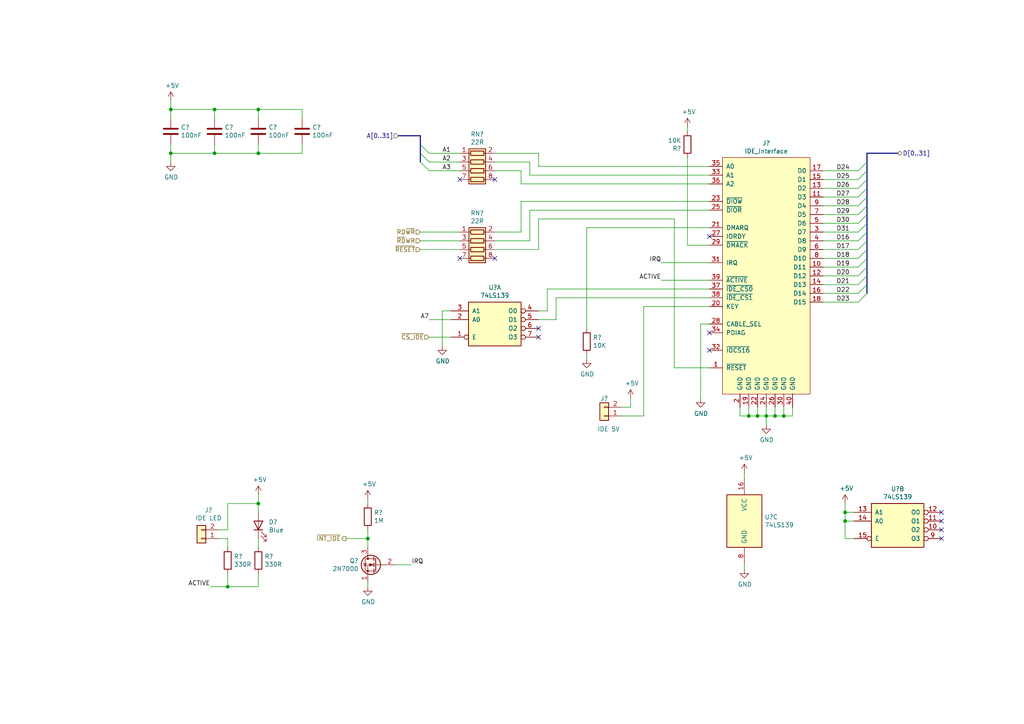
<source format=kicad_sch>
(kicad_sch (version 20211123) (generator eeschema)
  (paper "A4")
  (lib_symbols
    (symbol "74xx:74LS139" (pin_names (offset 1.016))
      (property "Reference" "U" (at -7.62 8.89 0))
      (property "Value" "74LS139" (at -7.62 -8.89 0))
      (symbol "74LS139_1_0"
        (pin input inverted (at -12.7 -5.08 0) (length 5.08) (name "E") (number "1"))
        (pin input line (at -12.7 0 0) (length 5.08) (name "A0") (number "2"))
        (pin input line (at -12.7 2.54 0) (length 5.08) (name "A1") (number "3"))
        (pin output inverted (at 12.7 2.54 180) (length 5.08) (name "O0") (number "4"))
        (pin output inverted (at 12.7 0 180) (length 5.08) (name "O1") (number "5"))
        (pin output inverted (at 12.7 -2.54 180) (length 5.08) (name "O2") (number "6"))
        (pin output inverted (at 12.7 -5.08 180) (length 5.08) (name "O3") (number "7"))
      )
      (symbol "74LS139_1_1"
        (rectangle (start -7.62 5.08) (end 7.62 -7.62) (stroke (width 0.254)) (fill (type background)))
      )
      (symbol "74LS139_2_0"
        (pin output inverted (at 12.7 -2.54 180) (length 5.08) (name "O2") (number "10"))
        (pin output inverted (at 12.7 0 180) (length 5.08) (name "O1") (number "11"))
        (pin output inverted (at 12.7 2.54 180) (length 5.08) (name "O0") (number "12"))
        (pin input line (at -12.7 2.54 0) (length 5.08) (name "A1") (number "13"))
        (pin input line (at -12.7 0 0) (length 5.08) (name "A0") (number "14"))
        (pin input inverted (at -12.7 -5.08 0) (length 5.08) (name "E") (number "15"))
        (pin output inverted (at 12.7 -5.08 180) (length 5.08) (name "O3") (number "9"))
      )
      (symbol "74LS139_2_1"
        (rectangle (start -7.62 5.08) (end 7.62 -7.62) (stroke (width 0.254)) (fill (type background)))
      )
      (symbol "74LS139_3_0"
        (pin power_in line (at 0 12.7 270) (length 5.08) (name "VCC") (number "16"))
        (pin power_in line (at 0 -12.7 90) (length 5.08) (name "GND") (number "8"))
      )
      (symbol "74LS139_3_1"
        (rectangle (start -5.08 7.62) (end 5.08 -7.62) (stroke (width 0.254)) (fill (type background)))
      )
    )
    (symbol "Connector_Generic:Conn_01x02" (pin_names (offset 1.016) hide)
      (property "Reference" "J" (at 0 2.54 0))
      (property "Value" "Conn_01x02" (at 0 -5.08 0))
      (symbol "Conn_01x02_1_1"
        (rectangle (start -1.27 -2.413) (end 0 -2.667) (stroke (width 0.1524)))
        (rectangle (start -1.27 0.127) (end 0 -0.127) (stroke (width 0.1524)))
        (rectangle (start -1.27 1.27) (end 1.27 -3.81) (stroke (width 0.254)) (fill (type background)))
        (pin passive line (at -5.08 0 0) (length 3.81) (name "Pin_1") (number "1"))
        (pin passive line (at -5.08 -2.54 0) (length 3.81) (name "Pin_2") (number "2"))
      )
    )
    (symbol "Ddraig:IDE_Interface" (pin_names (offset 1.016))
      (property "Reference" "J" (at -17.78 25.4 0))
      (property "Value" "IDE_Interface" (at 34.29 -29.21 0))
      (symbol "IDE_Interface_0_1"
        (rectangle (start -12.7 27.94) (end 12.7 -40.64) (fill (type background)))
      )
      (symbol "IDE_Interface_1_1"
        (pin input line (at -16.51 -33.02 0) (length 3.81) (name "~{RESET}") (number "1"))
        (pin bidirectional line (at 16.51 -3.81 180) (length 3.81) (name "D11") (number "10"))
        (pin bidirectional line (at 16.51 16.51 180) (length 3.81) (name "D3") (number "11"))
        (pin bidirectional line (at 16.51 -6.35 180) (length 3.81) (name "D12") (number "12"))
        (pin bidirectional line (at 16.51 19.05 180) (length 3.81) (name "D2") (number "13"))
        (pin bidirectional line (at 16.51 -8.89 180) (length 3.81) (name "D13") (number "14"))
        (pin bidirectional line (at 16.51 21.59 180) (length 3.81) (name "D1") (number "15"))
        (pin bidirectional line (at 16.51 -11.43 180) (length 3.81) (name "D14") (number "16"))
        (pin bidirectional line (at 16.51 24.13 180) (length 3.81) (name "D0") (number "17"))
        (pin bidirectional line (at 16.51 -13.97 180) (length 3.81) (name "D15") (number "18"))
        (pin power_in line (at -5.08 -44.45 90) (length 3.81) (name "GND") (number "19"))
        (pin power_in line (at -7.62 -44.45 90) (length 3.81) (name "GND") (number "2"))
        (pin passive line (at -16.51 -15.24 0) (length 3.81) (name "KEY") (number "20"))
        (pin output line (at -16.51 7.62 0) (length 3.81) (name "DMARQ") (number "21"))
        (pin power_in line (at -2.54 -44.45 90) (length 3.81) (name "GND") (number "22"))
        (pin input line (at -16.51 15.24 0) (length 3.81) (name "~{DIOW}") (number "23"))
        (pin power_in line (at 0 -44.45 90) (length 3.81) (name "GND") (number "24"))
        (pin input line (at -16.51 12.7 0) (length 3.81) (name "~{DIOR}") (number "25"))
        (pin power_in line (at 2.54 -44.45 90) (length 3.81) (name "GND") (number "26"))
        (pin output line (at -16.51 5.08 0) (length 3.81) (name "IORDY") (number "27"))
        (pin input line (at -16.51 -20.32 0) (length 3.81) (name "CABLE_SEL") (number "28"))
        (pin input line (at -16.51 2.54 0) (length 3.81) (name "~{DMACK}") (number "29"))
        (pin bidirectional line (at 16.51 6.35 180) (length 3.81) (name "D7") (number "3"))
        (pin power_in line (at 5.08 -44.45 90) (length 3.81) (name "GND") (number "30"))
        (pin output line (at -16.51 -2.54 0) (length 3.81) (name "IRQ") (number "31"))
        (pin input line (at -16.51 -27.94 0) (length 3.81) (name "~{IOCS16}") (number "32"))
        (pin input line (at -16.51 22.86 0) (length 3.81) (name "A1") (number "33"))
        (pin passive line (at -16.51 -22.86 0) (length 3.81) (name "PDIAG") (number "34"))
        (pin input line (at -16.51 25.4 0) (length 3.81) (name "A0") (number "35"))
        (pin input line (at -16.51 20.32 0) (length 3.81) (name "A2") (number "36"))
        (pin input line (at -16.51 -10.16 0) (length 3.81) (name "~{IDE_CS0}") (number "37"))
        (pin input line (at -16.51 -12.7 0) (length 3.81) (name "~{IDE_CS1}") (number "38"))
        (pin output line (at -16.51 -7.62 0) (length 3.81) (name "~{ACTIVE}") (number "39"))
        (pin bidirectional line (at 16.51 3.81 180) (length 3.81) (name "D8") (number "4"))
        (pin power_in line (at 7.62 -44.45 90) (length 3.81) (name "GND") (number "40"))
        (pin bidirectional line (at 16.51 8.89 180) (length 3.81) (name "D6") (number "5"))
        (pin bidirectional line (at 16.51 1.27 180) (length 3.81) (name "D9") (number "6"))
        (pin bidirectional line (at 16.51 11.43 180) (length 3.81) (name "D5") (number "7"))
        (pin bidirectional line (at 16.51 -1.27 180) (length 3.81) (name "D10") (number "8"))
        (pin bidirectional line (at 16.51 13.97 180) (length 3.81) (name "D4") (number "9"))
      )
    )
    (symbol "Ddraig:RPack04_Alt" (pin_names (offset 0) hide)
      (property "Reference" "RN" (at -7.62 0 90))
      (property "Value" "RPack04_Alt" (at 5.08 0 90))
      (symbol "RPack04_Alt_0_1"
        (rectangle (start -6.35 -2.413) (end 3.81 2.413) (stroke (width 0.254)) (fill (type background)))
        (rectangle (start -5.715 1.905) (end -4.445 -1.905) (stroke (width 0.254)))
        (rectangle (start -3.175 1.905) (end -1.905 -1.905) (stroke (width 0.254)))
        (rectangle (start -0.635 1.905) (end 0.635 -1.905) (stroke (width 0.254)))
        (polyline (pts (xy -5.08 -2.54) (xy -5.08 -1.905)))
        (polyline (pts (xy -5.08 1.905) (xy -5.08 2.54)))
        (polyline (pts (xy -2.54 -2.54) (xy -2.54 -1.905)))
        (polyline (pts (xy -2.54 1.905) (xy -2.54 2.54)))
        (polyline (pts (xy 0 -2.54) (xy 0 -1.905)))
        (polyline (pts (xy 0 1.905) (xy 0 2.54)))
        (polyline (pts (xy 2.54 -2.54) (xy 2.54 -1.905)))
        (polyline (pts (xy 2.54 1.905) (xy 2.54 2.54)))
        (rectangle (start 1.905 1.905) (end 3.175 -1.905) (stroke (width 0.254)))
      )
      (symbol "RPack04_Alt_1_1"
        (pin passive line (at -5.08 -5.08 90) (length 2.54) (name "R1.1") (number "1"))
        (pin passive line (at -5.08 5.08 270) (length 2.54) (name "R1.2") (number "2"))
        (pin passive line (at -2.54 -5.08 90) (length 2.54) (name "R2.1") (number "3"))
        (pin passive line (at -2.54 5.08 270) (length 2.54) (name "R2.2") (number "4"))
        (pin passive line (at 0 -5.08 90) (length 2.54) (name "R3.1") (number "5"))
        (pin passive line (at 0 5.08 270) (length 2.54) (name "R3.2") (number "6"))
        (pin passive line (at 2.54 -5.08 90) (length 2.54) (name "R4.1") (number "7"))
        (pin passive line (at 2.54 5.08 270) (length 2.54) (name "R4.2") (number "8"))
      )
    )
    (symbol "Device:C" (pin_numbers hide) (pin_names (offset 0.254))
      (property "Reference" "C" (at 0.635 2.54 0))
      (property "Value" "C" (at 0.635 -2.54 0))
      (symbol "C_0_1"
        (polyline (pts (xy -2.032 -0.762) (xy 2.032 -0.762)) (stroke (width 0.508)))
        (polyline (pts (xy -2.032 0.762) (xy 2.032 0.762)) (stroke (width 0.508)))
      )
      (symbol "C_1_1"
        (pin passive line (at 0 3.81 270) (length 2.794) (name "~") (number "1"))
        (pin passive line (at 0 -3.81 90) (length 2.794) (name "~") (number "2"))
      )
    )
    (symbol "Device:LED" (pin_numbers hide) (pin_names (offset 1.016) hide)
      (property "Reference" "D" (at 0 2.54 0))
      (property "Value" "LED" (at 0 -2.54 0))
      (symbol "LED_0_1"
        (polyline (pts (xy -1.27 -1.27) (xy -1.27 1.27)) (stroke (width 0.254)))
        (polyline (pts (xy -1.27 0) (xy 1.27 0)))
        (polyline (pts (xy 1.27 -1.27) (xy 1.27 1.27) (xy -1.27 0) (xy 1.27 -1.27)) (stroke (width 0.254)))
        (polyline (pts (xy -3.048 -0.762) (xy -4.572 -2.286) (xy -3.81 -2.286) (xy -4.572 -2.286) (xy -4.572 -1.524)))
        (polyline (pts (xy -1.778 -0.762) (xy -3.302 -2.286) (xy -2.54 -2.286) (xy -3.302 -2.286) (xy -3.302 -1.524)))
      )
      (symbol "LED_1_1"
        (pin passive line (at -3.81 0 0) (length 2.54) (name "K") (number "1"))
        (pin passive line (at 3.81 0 180) (length 2.54) (name "A") (number "2"))
      )
    )
    (symbol "Device:R" (pin_numbers hide) (pin_names (offset 0))
      (property "Reference" "R" (at 2.032 0 90))
      (property "Value" "R" (at 0 0 90))
      (symbol "R_0_1"
        (rectangle (start -1.016 -2.54) (end 1.016 2.54) (stroke (width 0.254)))
      )
      (symbol "R_1_1"
        (pin passive line (at 0 3.81 270) (length 1.27) (name "~") (number "1"))
        (pin passive line (at 0 -3.81 90) (length 1.27) (name "~") (number "2"))
      )
    )
    (symbol "Transistor_FET:2N7000" (pin_names hide)
      (property "Reference" "Q" (at 5.08 1.905 0))
      (property "Value" "2N7000" (at 5.08 0 0))
      (symbol "2N7000_0_1"
        (polyline (pts (xy 0.254 0) (xy -2.54 0)))
        (polyline (pts (xy 0.254 1.905) (xy 0.254 -1.905)) (stroke (width 0.254)))
        (polyline (pts (xy 0.762 -1.27) (xy 0.762 -2.286)) (stroke (width 0.254)))
        (polyline (pts (xy 0.762 0.508) (xy 0.762 -0.508)) (stroke (width 0.254)))
        (polyline (pts (xy 0.762 2.286) (xy 0.762 1.27)) (stroke (width 0.254)))
        (polyline (pts (xy 2.54 2.54) (xy 2.54 1.778)))
        (polyline (pts (xy 2.54 -2.54) (xy 2.54 0) (xy 0.762 0)))
        (polyline (pts (xy 0.762 -1.778) (xy 3.302 -1.778) (xy 3.302 1.778) (xy 0.762 1.778)))
        (polyline (pts (xy 1.016 0) (xy 2.032 0.381) (xy 2.032 -0.381) (xy 1.016 0)) (fill (type outline)))
        (polyline (pts (xy 2.794 0.508) (xy 2.921 0.381) (xy 3.683 0.381) (xy 3.81 0.254)))
        (polyline (pts (xy 3.302 0.381) (xy 2.921 -0.254) (xy 3.683 -0.254) (xy 3.302 0.381)))
        (circle (center 1.651 0) (radius 2.794) (stroke (width 0.254)))
        (circle (center 2.54 -1.778) (radius 0.254) (fill (type outline)))
        (circle (center 2.54 1.778) (radius 0.254) (fill (type outline)))
      )
      (symbol "2N7000_1_1"
        (pin passive line (at 2.54 -5.08 90) (length 2.54) (name "S") (number "1"))
        (pin input line (at -5.08 0 0) (length 2.54) (name "G") (number "2"))
        (pin passive line (at 2.54 5.08 270) (length 2.54) (name "D") (number "3"))
      )
    )
    (symbol "power:+5V" (power) (pin_names (offset 0))
      (property "Value" "+5V" (at 0 3.556 0))
      (symbol "+5V_0_1"
        (polyline (pts (xy -0.762 1.27) (xy 0 2.54)))
        (polyline (pts (xy 0 0) (xy 0 2.54)))
        (polyline (pts (xy 0 2.54) (xy 0.762 1.27)))
      )
      (symbol "+5V_1_1"
        (pin power_in line (at 0 0 90) (length 0) hide (name "+5V") (number "1"))
      )
    )
    (symbol "power:GND" (power) (pin_names (offset 0))
      (property "Value" "GND" (at 0 -3.81 0))
      (symbol "GND_0_1"
        (polyline (pts (xy 0 0) (xy 0 -1.27) (xy 1.27 -1.27) (xy 0 -2.54) (xy -1.27 -1.27) (xy 0 -1.27)))
      )
      (symbol "GND_1_1"
        (pin power_in line (at 0 0 270) (length 0) hide (name "GND") (number "1"))
      )
    )
  )
  (junction (at 224.79 120.65))
  (junction (at 217.17 120.65))
  (junction (at 62.23 44.45))
  (junction (at 219.71 120.65))
  (junction (at 245.11 151.13))
  (junction (at 74.93 44.45))
  (junction (at 66.04 170.18))
  (junction (at 49.53 31.75))
  (junction (at 49.53 44.45))
  (junction (at 227.33 120.65))
  (junction (at 245.11 148.59))
  (junction (at 74.93 31.75))
  (junction (at 106.68 156.21))
  (junction (at 62.23 31.75))
  (junction (at 74.93 146.05))
  (junction (at 222.25 120.65))
  (no_connect (at 273.05 148.59))
  (no_connect (at 133.35 74.93))
  (no_connect (at 205.74 101.6))
  (no_connect (at 156.21 95.25))
  (no_connect (at 205.74 68.58))
  (no_connect (at 273.05 153.67))
  (no_connect (at 273.05 156.21))
  (no_connect (at 143.51 52.07))
  (no_connect (at 143.51 74.93))
  (no_connect (at 205.74 96.52))
  (no_connect (at 133.35 52.07))
  (no_connect (at 273.05 151.13))
  (no_connect (at 156.21 97.79))
  (bus_entry (at 251.46 57.15) (size -2.54 2.54))
  (bus_entry (at 251.46 72.39) (size -2.54 2.54))
  (bus_entry (at 251.46 49.53) (size -2.54 2.54))
  (bus_entry (at 251.46 59.69) (size -2.54 2.54))
  (bus_entry (at 251.46 85.09) (size -2.54 2.54))
  (bus_entry (at 251.46 80.01) (size -2.54 2.54))
  (bus_entry (at 121.92 41.91) (size 2.54 2.54))
  (bus_entry (at 121.92 46.99) (size 2.54 2.54))
  (bus_entry (at 121.92 44.45) (size 2.54 2.54))
  (bus_entry (at 251.46 77.47) (size -2.54 2.54))
  (bus_entry (at 251.46 64.77) (size -2.54 2.54))
  (bus_entry (at 251.46 74.93) (size -2.54 2.54))
  (bus_entry (at 251.46 54.61) (size -2.54 2.54))
  (bus_entry (at 251.46 46.99) (size -2.54 2.54))
  (bus_entry (at 251.46 52.07) (size -2.54 2.54))
  (bus_entry (at 251.46 69.85) (size -2.54 2.54))
  (bus_entry (at 251.46 62.23) (size -2.54 2.54))
  (bus_entry (at 251.46 82.55) (size -2.54 2.54))
  (bus_entry (at 251.46 67.31) (size -2.54 2.54))
  (wire (pts (xy 238.76 72.39) (xy 248.92 72.39)))
  (wire (pts (xy 124.46 92.71) (xy 130.81 92.71)))
  (wire (pts (xy 133.35 67.31) (xy 121.92 67.31)))
  (wire (pts (xy 205.74 88.9) (xy 186.69 88.9)))
  (wire (pts (xy 238.76 67.31) (xy 248.92 67.31)))
  (wire (pts (xy 153.67 60.96) (xy 205.74 60.96)))
  (wire (pts (xy 74.93 44.45) (xy 74.93 41.91)))
  (wire (pts (xy 195.58 63.5) (xy 195.58 106.68)))
  (wire (pts (xy 222.25 118.11) (xy 222.25 120.65)))
  (wire (pts (xy 151.13 53.34) (xy 205.74 53.34)))
  (wire (pts (xy 238.76 82.55) (xy 248.92 82.55)))
  (wire (pts (xy 158.75 83.82) (xy 205.74 83.82)))
  (wire (pts (xy 124.46 49.53) (xy 133.35 49.53)))
  (wire (pts (xy 143.51 49.53) (xy 151.13 49.53)))
  (wire (pts (xy 238.76 77.47) (xy 248.92 77.47)))
  (wire (pts (xy 245.11 151.13) (xy 247.65 151.13)))
  (wire (pts (xy 199.39 71.12) (xy 199.39 45.72)))
  (bus (pts (xy 251.46 62.23) (xy 251.46 64.77)))
  (wire (pts (xy 245.11 148.59) (xy 245.11 151.13)))
  (wire (pts (xy 49.53 44.45) (xy 49.53 41.91)))
  (wire (pts (xy 215.9 137.16) (xy 215.9 138.43)))
  (wire (pts (xy 66.04 153.67) (xy 66.04 146.05)))
  (wire (pts (xy 227.33 120.65) (xy 229.87 120.65)))
  (wire (pts (xy 248.92 64.77) (xy 238.76 64.77)))
  (wire (pts (xy 74.93 170.18) (xy 66.04 170.18)))
  (wire (pts (xy 156.21 72.39) (xy 143.51 72.39)))
  (wire (pts (xy 66.04 156.21) (xy 66.04 158.75)))
  (wire (pts (xy 66.04 166.37) (xy 66.04 170.18)))
  (wire (pts (xy 143.51 67.31) (xy 151.13 67.31)))
  (wire (pts (xy 217.17 118.11) (xy 217.17 120.65)))
  (wire (pts (xy 143.51 46.99) (xy 153.67 46.99)))
  (wire (pts (xy 49.53 31.75) (xy 62.23 31.75)))
  (wire (pts (xy 143.51 69.85) (xy 153.67 69.85)))
  (wire (pts (xy 74.93 34.29) (xy 74.93 31.75)))
  (wire (pts (xy 222.25 123.19) (xy 222.25 120.65)))
  (bus (pts (xy 251.46 44.45) (xy 251.46 46.99)))
  (wire (pts (xy 153.67 69.85) (xy 153.67 60.96)))
  (wire (pts (xy 156.21 44.45) (xy 156.21 48.26)))
  (bus (pts (xy 251.46 67.31) (xy 251.46 69.85)))
  (wire (pts (xy 248.92 74.93) (xy 238.76 74.93)))
  (wire (pts (xy 195.58 63.5) (xy 156.21 63.5)))
  (wire (pts (xy 245.11 146.05) (xy 245.11 148.59)))
  (wire (pts (xy 205.74 93.98) (xy 203.2 93.98)))
  (wire (pts (xy 133.35 46.99) (xy 124.46 46.99)))
  (wire (pts (xy 124.46 97.79) (xy 130.81 97.79)))
  (bus (pts (xy 251.46 46.99) (xy 251.46 49.53)))
  (wire (pts (xy 49.53 46.99) (xy 49.53 44.45)))
  (wire (pts (xy 156.21 48.26) (xy 205.74 48.26)))
  (wire (pts (xy 62.23 44.45) (xy 62.23 41.91)))
  (wire (pts (xy 49.53 31.75) (xy 49.53 29.21)))
  (wire (pts (xy 62.23 44.45) (xy 74.93 44.45)))
  (wire (pts (xy 238.76 62.23) (xy 248.92 62.23)))
  (wire (pts (xy 195.58 106.68) (xy 205.74 106.68)))
  (wire (pts (xy 74.93 156.21) (xy 74.93 158.75)))
  (wire (pts (xy 106.68 158.75) (xy 106.68 156.21)))
  (wire (pts (xy 74.93 31.75) (xy 62.23 31.75)))
  (wire (pts (xy 74.93 143.51) (xy 74.93 146.05)))
  (bus (pts (xy 251.46 77.47) (xy 251.46 80.01)))
  (wire (pts (xy 151.13 49.53) (xy 151.13 53.34)))
  (wire (pts (xy 248.92 54.61) (xy 238.76 54.61)))
  (wire (pts (xy 87.63 44.45) (xy 87.63 41.91)))
  (wire (pts (xy 245.11 148.59) (xy 247.65 148.59)))
  (wire (pts (xy 186.69 120.65) (xy 180.34 120.65)))
  (wire (pts (xy 219.71 120.65) (xy 222.25 120.65)))
  (wire (pts (xy 248.92 49.53) (xy 238.76 49.53)))
  (wire (pts (xy 215.9 163.83) (xy 215.9 165.1)))
  (wire (pts (xy 214.63 118.11) (xy 214.63 120.65)))
  (wire (pts (xy 186.69 88.9) (xy 186.69 120.65)))
  (wire (pts (xy 74.93 166.37) (xy 74.93 170.18)))
  (bus (pts (xy 251.46 82.55) (xy 251.46 85.09)))
  (wire (pts (xy 248.92 59.69) (xy 238.76 59.69)))
  (wire (pts (xy 214.63 120.65) (xy 217.17 120.65)))
  (wire (pts (xy 63.5 153.67) (xy 66.04 153.67)))
  (wire (pts (xy 191.77 76.2) (xy 205.74 76.2)))
  (wire (pts (xy 156.21 63.5) (xy 156.21 72.39)))
  (wire (pts (xy 248.92 85.09) (xy 238.76 85.09)))
  (wire (pts (xy 106.68 153.67) (xy 106.68 156.21)))
  (wire (pts (xy 156.21 92.71) (xy 161.29 92.71)))
  (wire (pts (xy 151.13 67.31) (xy 151.13 58.42)))
  (wire (pts (xy 49.53 44.45) (xy 62.23 44.45)))
  (bus (pts (xy 251.46 44.45) (xy 260.35 44.45)))
  (wire (pts (xy 238.76 87.63) (xy 248.92 87.63)))
  (bus (pts (xy 251.46 80.01) (xy 251.46 82.55)))
  (wire (pts (xy 119.38 163.83) (xy 114.3 163.83)))
  (wire (pts (xy 238.76 57.15) (xy 248.92 57.15)))
  (bus (pts (xy 251.46 69.85) (xy 251.46 72.39)))
  (bus (pts (xy 251.46 64.77) (xy 251.46 67.31)))
  (wire (pts (xy 128.27 90.17) (xy 128.27 100.33)))
  (wire (pts (xy 245.11 151.13) (xy 245.11 156.21)))
  (wire (pts (xy 248.92 69.85) (xy 238.76 69.85)))
  (wire (pts (xy 49.53 34.29) (xy 49.53 31.75)))
  (bus (pts (xy 251.46 74.93) (xy 251.46 77.47)))
  (wire (pts (xy 180.34 118.11) (xy 182.88 118.11)))
  (wire (pts (xy 74.93 44.45) (xy 87.63 44.45)))
  (bus (pts (xy 121.92 39.37) (xy 115.57 39.37)))
  (wire (pts (xy 106.68 146.05) (xy 106.68 144.78)))
  (bus (pts (xy 121.92 39.37) (xy 121.92 41.91)))
  (bus (pts (xy 251.46 52.07) (xy 251.46 54.61)))
  (bus (pts (xy 121.92 44.45) (xy 121.92 46.99)))
  (wire (pts (xy 153.67 46.99) (xy 153.67 50.8)))
  (bus (pts (xy 251.46 59.69) (xy 251.46 62.23)))
  (wire (pts (xy 106.68 168.91) (xy 106.68 170.18)))
  (wire (pts (xy 203.2 93.98) (xy 203.2 115.57)))
  (wire (pts (xy 170.18 66.04) (xy 170.18 95.25)))
  (bus (pts (xy 251.46 54.61) (xy 251.46 57.15)))
  (wire (pts (xy 161.29 92.71) (xy 161.29 86.36)))
  (wire (pts (xy 158.75 90.17) (xy 158.75 83.82)))
  (wire (pts (xy 170.18 66.04) (xy 205.74 66.04)))
  (wire (pts (xy 229.87 120.65) (xy 229.87 118.11)))
  (wire (pts (xy 124.46 44.45) (xy 133.35 44.45)))
  (wire (pts (xy 217.17 120.65) (xy 219.71 120.65)))
  (wire (pts (xy 248.92 80.01) (xy 238.76 80.01)))
  (wire (pts (xy 182.88 118.11) (xy 182.88 115.57)))
  (bus (pts (xy 251.46 57.15) (xy 251.46 59.69)))
  (wire (pts (xy 245.11 156.21) (xy 247.65 156.21)))
  (wire (pts (xy 227.33 118.11) (xy 227.33 120.65)))
  (wire (pts (xy 151.13 58.42) (xy 205.74 58.42)))
  (wire (pts (xy 62.23 31.75) (xy 62.23 34.29)))
  (wire (pts (xy 121.92 72.39) (xy 133.35 72.39)))
  (wire (pts (xy 222.25 120.65) (xy 224.79 120.65)))
  (wire (pts (xy 100.33 156.21) (xy 106.68 156.21)))
  (wire (pts (xy 238.76 52.07) (xy 248.92 52.07)))
  (wire (pts (xy 74.93 146.05) (xy 74.93 148.59)))
  (wire (pts (xy 161.29 86.36) (xy 205.74 86.36)))
  (wire (pts (xy 66.04 146.05) (xy 74.93 146.05)))
  (wire (pts (xy 63.5 156.21) (xy 66.04 156.21)))
  (wire (pts (xy 74.93 31.75) (xy 87.63 31.75)))
  (wire (pts (xy 170.18 104.14) (xy 170.18 102.87)))
  (wire (pts (xy 87.63 31.75) (xy 87.63 34.29)))
  (bus (pts (xy 251.46 49.53) (xy 251.46 52.07)))
  (wire (pts (xy 205.74 81.28) (xy 191.77 81.28)))
  (wire (pts (xy 224.79 118.11) (xy 224.79 120.65)))
  (bus (pts (xy 121.92 41.91) (xy 121.92 44.45)))
  (bus (pts (xy 251.46 72.39) (xy 251.46 74.93)))
  (wire (pts (xy 133.35 69.85) (xy 121.92 69.85)))
  (wire (pts (xy 219.71 118.11) (xy 219.71 120.65)))
  (wire (pts (xy 205.74 71.12) (xy 199.39 71.12)))
  (wire (pts (xy 224.79 120.65) (xy 227.33 120.65)))
  (wire (pts (xy 143.51 44.45) (xy 156.21 44.45)))
  (wire (pts (xy 158.75 90.17) (xy 156.21 90.17)))
  (wire (pts (xy 66.04 170.18) (xy 60.96 170.18)))
  (wire (pts (xy 199.39 36.83) (xy 199.39 38.1)))
  (wire (pts (xy 130.81 90.17) (xy 128.27 90.17)))
  (wire (pts (xy 153.67 50.8) (xy 205.74 50.8)))
  (label "A7" (at 124.46 92.71 180))
  (label "A3" (at 128.27 49.53 0))
  (label "D26" (at 242.57 54.61 0))
  (label "IRQ" (at 119.38 163.83 0))
  (label "D20" (at 242.57 80.01 0))
  (label "D24" (at 242.57 49.53 0))
  (label "D25" (at 242.57 52.07 0))
  (label "A2" (at 128.27 46.99 0))
  (label "D22" (at 242.57 85.09 0))
  (label "A1" (at 128.27 44.45 0))
  (label "D23" (at 242.57 87.63 0))
  (label "D28" (at 242.57 59.69 0))
  (label "D31" (at 242.57 67.31 0))
  (label "D18" (at 242.57 74.93 0))
  (label "ACTIVE" (at 191.77 81.28 180))
  (label "D16" (at 242.57 69.85 0))
  (label "D29" (at 242.57 62.23 0))
  (label "D19" (at 242.57 77.47 0))
  (label "D21" (at 242.57 82.55 0))
  (label "ACTIVE" (at 60.96 170.18 180))
  (label "D27" (at 242.57 57.15 0))
  (label "IRQ" (at 191.77 76.2 180))
  (label "D30" (at 242.57 64.77 0))
  (label "D17" (at 242.57 72.39 0))
  (hierarchical_label "~{RD}WR" (shape input) (at 121.92 69.85 180))
  (hierarchical_label "A[0..31]" (shape input) (at 115.57 39.37 180))
  (hierarchical_label "~{INT_IDE}" (shape output) (at 100.33 156.21 180))
  (hierarchical_label "D[0..31]" (shape bidirectional) (at 260.35 44.45 0))
  (hierarchical_label "RD~{WR}" (shape input) (at 121.92 67.31 180))
  (hierarchical_label "~{CS_IDE}" (shape input) (at 124.46 97.79 180))
  (hierarchical_label "~{RESET}" (shape input) (at 121.92 72.39 180))
  (symbol (lib_id "Ddraig:IDE_Interface") (at 222.25 73.66 0) (unit 1)
    (property "Reference" "J?" (at 222.25 41.529 0))
    (property "Value" "IDE_Interface" (at 222.25 43.8404 0))
    (property "Footprint" "Connector_IDC:IDC-Header_2x20_P2.54mm_Vertical" (effects hide))
  )
  (symbol (lib_id "power:GND") (at 222.25 123.19 0) (unit 1)
    (property "Reference" "#PWR?" (effects hide))
    (property "Value" "GND" (at 222.377 127.5842 0))
  )
  (symbol (lib_id "Connector_Generic:Conn_01x02") (at 175.26 120.65 180) (unit 1)
    (property "Reference" "J?" (at 175.26 115.57 0))
    (property "Value" "IDE 5V" (at 176.53 124.46 0))
    (property "Footprint" "Connector_PinHeader_2.54mm:PinHeader_1x02_P2.54mm_Vertical" (effects hide))
  )
  (symbol (lib_id "power:+5V") (at 182.88 115.57 0) (unit 1)
    (property "Reference" "#PWR?" (effects hide))
    (property "Value" "+5V" (at 183.261 111.1758 0))
  )
  (symbol (lib_id "74xx:74LS139") (at 143.51 92.71 0) (unit 1)
    (property "Reference" "U?" (at 143.51 83.3882 0))
    (property "Value" "74LS139" (at 143.51 85.6996 0))
    (property "Footprint" "Package_DIP:DIP-16_W7.62mm_Socket" (effects hide))
    (property "Datasheet" "http://www.ti.com/lit/ds/symlink/sn74ls139a.pdf" (effects hide))
  )
  (symbol (lib_id "74xx:74LS139") (at 260.35 151.13 0) (unit 2)
    (property "Reference" "U?" (at 260.35 141.8082 0))
    (property "Value" "74LS139" (at 260.35 144.1196 0))
    (property "Footprint" "Package_DIP:DIP-16_W7.62mm_Socket" (effects hide))
    (property "Datasheet" "http://www.ti.com/lit/ds/symlink/sn74ls139a.pdf" (effects hide))
  )
  (symbol (lib_id "74xx:74LS139") (at 215.9 151.13 0) (unit 3)
    (property "Reference" "U?" (at 221.742 149.9616 0) (effects (justify left)))
    (property "Value" "74LS139" (at 221.742 152.273 0) (effects (justify left)))
    (property "Footprint" "Package_DIP:DIP-16_W7.62mm_Socket" (effects hide))
    (property "Datasheet" "http://www.ti.com/lit/ds/symlink/sn74ls139a.pdf" (effects hide))
  )
  (symbol (lib_id "power:GND") (at 128.27 100.33 0) (unit 1)
    (property "Reference" "#PWR?" (effects hide))
    (property "Value" "GND" (at 128.397 104.7242 0))
  )
  (symbol (lib_id "power:GND") (at 203.2 115.57 0) (unit 1)
    (property "Reference" "#PWR?" (effects hide))
    (property "Value" "GND" (at 203.327 119.9642 0))
  )
  (symbol (lib_id "Device:R") (at 106.68 149.86 0) (unit 1)
    (property "Reference" "R?" (at 108.458 148.6916 0) (effects (justify left)))
    (property "Value" "1M" (at 108.458 151.003 0) (effects (justify left)))
    (property "Footprint" "Resistor_THT:R_Axial_DIN0207_L6.3mm_D2.5mm_P10.16mm_Horizontal" (effects hide))
  )
  (symbol (lib_id "Transistor_FET:2N7000") (at 109.22 163.83 0) (mirror y) (unit 1)
    (property "Reference" "Q?" (at 104.013 162.6616 0) (effects (justify left)))
    (property "Value" "2N7000" (at 104.013 164.973 0) (effects (justify left)))
    (property "Footprint" "Package_TO_SOT_THT:TO-92_Inline" (effects hide))
    (property "Datasheet" "https://www.onsemi.com/pub/Collateral/NDS7002A-D.PDF" (effects hide))
  )
  (symbol (lib_id "power:GND") (at 106.68 170.18 0) (unit 1)
    (property "Reference" "#PWR?" (effects hide))
    (property "Value" "GND" (at 106.807 174.5742 0))
  )
  (symbol (lib_id "power:+5V") (at 106.68 144.78 0) (unit 1)
    (property "Reference" "#PWR?" (effects hide))
    (property "Value" "+5V" (at 107.061 140.3858 0))
  )
  (symbol (lib_id "Connector_Generic:Conn_01x02") (at 58.42 156.21 180) (unit 1)
    (property "Reference" "J?" (at 60.5028 147.955 0))
    (property "Value" "IDE LED" (at 60.5028 150.2664 0))
    (property "Footprint" "Connector_PinHeader_2.54mm:PinHeader_1x02_P2.54mm_Vertical" (effects hide))
  )
  (symbol (lib_id "Device:R") (at 74.93 162.56 0) (unit 1)
    (property "Reference" "R?" (at 76.708 161.3916 0) (effects (justify left)))
    (property "Value" "330R" (at 76.708 163.703 0) (effects (justify left)))
    (property "Footprint" "Resistor_THT:R_Axial_DIN0207_L6.3mm_D2.5mm_P10.16mm_Horizontal" (effects hide))
  )
  (symbol (lib_id "Device:LED") (at 74.93 152.4 90) (unit 1)
    (property "Reference" "D?" (at 77.9272 151.4094 90) (effects (justify right)))
    (property "Value" "Blue" (at 77.9272 153.7208 90) (effects (justify right)))
    (property "Footprint" "LED_THT:LED_D5.0mm" (effects hide))
  )
  (symbol (lib_id "Device:R") (at 66.04 162.56 0) (unit 1)
    (property "Reference" "R?" (at 67.818 161.3916 0) (effects (justify left)))
    (property "Value" "330R" (at 67.818 163.703 0) (effects (justify left)))
    (property "Footprint" "Resistor_THT:R_Axial_DIN0207_L6.3mm_D2.5mm_P10.16mm_Horizontal" (effects hide))
  )
  (symbol (lib_id "power:+5V") (at 74.93 143.51 0) (unit 1)
    (property "Reference" "#PWR?" (effects hide))
    (property "Value" "+5V" (at 75.311 139.1158 0))
  )
  (symbol (lib_id "power:GND") (at 215.9 165.1 0) (unit 1)
    (property "Reference" "#PWR?" (effects hide))
    (property "Value" "GND" (at 216.027 169.4942 0))
  )
  (symbol (lib_id "Device:C") (at 49.53 38.1 0) (unit 1)
    (property "Reference" "C?" (at 52.451 36.9316 0) (effects (justify left)))
    (property "Value" "100nF" (at 52.451 39.243 0) (effects (justify left)))
    (property "Footprint" "Capacitor_THT:C_Disc_D3.8mm_W2.6mm_P2.50mm" (effects hide))
  )
  (symbol (lib_id "power:GND") (at 49.53 46.99 0) (unit 1)
    (property "Reference" "#PWR?" (effects hide))
    (property "Value" "GND" (at 49.657 51.3842 0))
  )
  (symbol (lib_id "Device:C") (at 62.23 38.1 0) (unit 1)
    (property "Reference" "C?" (at 65.151 36.9316 0) (effects (justify left)))
    (property "Value" "100nF" (at 65.151 39.243 0) (effects (justify left)))
    (property "Footprint" "Capacitor_THT:C_Disc_D3.8mm_W2.6mm_P2.50mm" (effects hide))
  )
  (symbol (lib_id "power:+5V") (at 49.53 29.21 0) (unit 1)
    (property "Reference" "#PWR?" (effects hide))
    (property "Value" "+5V" (at 49.911 24.8158 0))
  )
  (symbol (lib_id "Device:C") (at 74.93 38.1 0) (unit 1)
    (property "Reference" "C?" (at 77.851 36.9316 0) (effects (justify left)))
    (property "Value" "100nF" (at 77.851 39.243 0) (effects (justify left)))
    (property "Footprint" "Capacitor_THT:C_Disc_D3.8mm_W2.6mm_P2.50mm" (effects hide))
  )
  (symbol (lib_id "Device:C") (at 87.63 38.1 0) (unit 1)
    (property "Reference" "C?" (at 90.551 36.9316 0) (effects (justify left)))
    (property "Value" "100nF" (at 90.551 39.243 0) (effects (justify left)))
    (property "Footprint" "Capacitor_THT:C_Disc_D3.8mm_W2.6mm_P2.50mm" (effects hide))
  )
  (symbol (lib_id "power:+5V") (at 215.9 137.16 0) (unit 1)
    (property "Reference" "#PWR?" (effects hide))
    (property "Value" "+5V" (at 216.281 132.7658 0))
  )
  (symbol (lib_id "power:+5V") (at 245.11 146.05 0) (unit 1)
    (property "Reference" "#PWR?" (effects hide))
    (property "Value" "+5V" (at 245.491 141.6558 0))
  )
  (symbol (lib_id "Device:R") (at 170.18 99.06 0) (unit 1)
    (property "Reference" "R?" (at 171.958 97.8916 0) (effects (justify left)))
    (property "Value" "10K" (at 171.958 100.203 0) (effects (justify left)))
    (property "Footprint" "Resistor_THT:R_Axial_DIN0207_L6.3mm_D2.5mm_P10.16mm_Horizontal" (effects hide))
  )
  (symbol (lib_id "Device:R") (at 199.39 41.91 180) (unit 1)
    (property "Reference" "R?" (at 197.612 43.0784 0) (effects (justify left)))
    (property "Value" "10K" (at 197.612 40.767 0) (effects (justify left)))
    (property "Footprint" "Resistor_THT:R_Axial_DIN0207_L6.3mm_D2.5mm_P10.16mm_Horizontal" (effects hide))
  )
  (symbol (lib_id "power:+5V") (at 199.39 36.83 0) (unit 1)
    (property "Reference" "#PWR?" (effects hide))
    (property "Value" "+5V" (at 199.771 32.4358 0))
  )
  (symbol (lib_id "power:GND") (at 170.18 104.14 0) (unit 1)
    (property "Reference" "#PWR?" (effects hide))
    (property "Value" "GND" (at 170.307 108.5342 0))
  )
  (symbol (lib_id "Ddraig:RPack04_Alt") (at 138.43 49.53 270) (unit 1)
    (property "Reference" "RN?" (at 138.43 38.9382 90))
    (property "Value" "22R" (at 138.43 41.2496 90))
    (property "Footprint" "Resistor_THT:R_Array_SIP8" (effects hide))
  )
  (symbol (lib_id "Ddraig:RPack04_Alt") (at 138.43 72.39 270) (unit 1)
    (property "Reference" "RN?" (at 138.43 61.7982 90))
    (property "Value" "22R" (at 138.43 64.1096 90))
    (property "Footprint" "Resistor_THT:R_Array_SIP8" (effects hide))
  )
)
</source>
